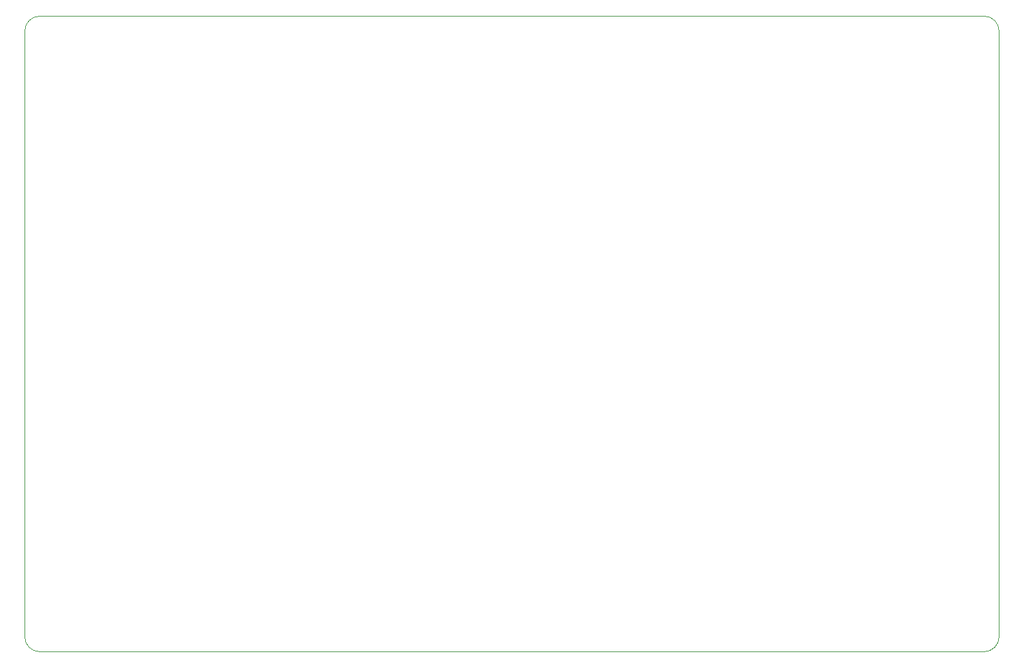
<source format=gm1>
G04 #@! TF.GenerationSoftware,KiCad,Pcbnew,7.0.8-7.0.8~ubuntu22.04.1*
G04 #@! TF.CreationDate,2023-11-11T15:49:16+10:00*
G04 #@! TF.ProjectId,IoBoard,496f426f-6172-4642-9e6b-696361645f70,rev?*
G04 #@! TF.SameCoordinates,Original*
G04 #@! TF.FileFunction,Profile,NP*
%FSLAX46Y46*%
G04 Gerber Fmt 4.6, Leading zero omitted, Abs format (unit mm)*
G04 Created by KiCad (PCBNEW 7.0.8-7.0.8~ubuntu22.04.1) date 2023-11-11 15:49:16*
%MOMM*%
%LPD*%
G01*
G04 APERTURE LIST*
G04 #@! TA.AperFunction,Profile*
%ADD10C,0.100000*%
G04 #@! TD*
G04 APERTURE END LIST*
D10*
X75565000Y-22225000D02*
G75*
G03*
X73660000Y-24130000I0J-1905000D01*
G01*
X196215000Y-103505000D02*
X75565000Y-103505000D01*
X75565000Y-22225000D02*
X196215000Y-22225000D01*
X73660000Y-101600000D02*
X73660000Y-24130000D01*
X198120000Y-24130000D02*
X198120000Y-101600000D01*
X73660000Y-101600000D02*
G75*
G03*
X75565000Y-103505000I1905000J0D01*
G01*
X196215000Y-103505000D02*
G75*
G03*
X198120000Y-101600000I0J1905000D01*
G01*
X198120000Y-24130000D02*
G75*
G03*
X196215000Y-22225000I-1905000J0D01*
G01*
M02*

</source>
